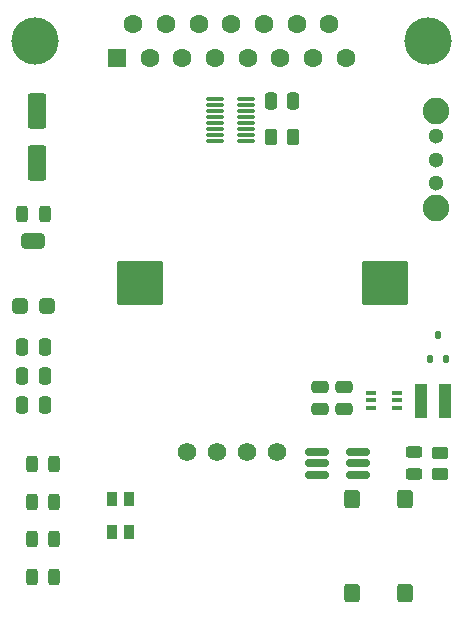
<source format=gbr>
%TF.GenerationSoftware,KiCad,Pcbnew,9.0.4*%
%TF.CreationDate,2025-09-17T11:37:44+01:00*%
%TF.ProjectId,PinCheck-4,50696e43-6865-4636-9b2d-342e6b696361,rev?*%
%TF.SameCoordinates,Original*%
%TF.FileFunction,Soldermask,Top*%
%TF.FilePolarity,Negative*%
%FSLAX46Y46*%
G04 Gerber Fmt 4.6, Leading zero omitted, Abs format (unit mm)*
G04 Created by KiCad (PCBNEW 9.0.4) date 2025-09-17 11:37:44*
%MOMM*%
%LPD*%
G01*
G04 APERTURE LIST*
G04 Aperture macros list*
%AMRoundRect*
0 Rectangle with rounded corners*
0 $1 Rounding radius*
0 $2 $3 $4 $5 $6 $7 $8 $9 X,Y pos of 4 corners*
0 Add a 4 corners polygon primitive as box body*
4,1,4,$2,$3,$4,$5,$6,$7,$8,$9,$2,$3,0*
0 Add four circle primitives for the rounded corners*
1,1,$1+$1,$2,$3*
1,1,$1+$1,$4,$5*
1,1,$1+$1,$6,$7*
1,1,$1+$1,$8,$9*
0 Add four rect primitives between the rounded corners*
20,1,$1+$1,$2,$3,$4,$5,0*
20,1,$1+$1,$4,$5,$6,$7,0*
20,1,$1+$1,$6,$7,$8,$9,0*
20,1,$1+$1,$8,$9,$2,$3,0*%
G04 Aperture macros list end*
%ADD10RoundRect,0.250000X-0.250000X-0.475000X0.250000X-0.475000X0.250000X0.475000X-0.250000X0.475000X0*%
%ADD11RoundRect,0.162500X-0.837500X-0.162500X0.837500X-0.162500X0.837500X0.162500X-0.837500X0.162500X0*%
%ADD12RoundRect,0.250000X-0.475000X0.250000X-0.475000X-0.250000X0.475000X-0.250000X0.475000X0.250000X0*%
%ADD13RoundRect,0.112500X-0.112500X-0.237500X0.112500X-0.237500X0.112500X0.237500X-0.112500X0.237500X0*%
%ADD14C,4.000000*%
%ADD15R,1.600000X1.600000*%
%ADD16C,1.600000*%
%ADD17C,1.574800*%
%ADD18RoundRect,0.243750X-0.243750X-0.456250X0.243750X-0.456250X0.243750X0.456250X-0.243750X0.456250X0*%
%ADD19RoundRect,0.087500X-0.650000X-0.087500X0.650000X-0.087500X0.650000X0.087500X-0.650000X0.087500X0*%
%ADD20R,0.900000X1.200000*%
%ADD21RoundRect,0.250000X-0.262500X-0.450000X0.262500X-0.450000X0.262500X0.450000X-0.262500X0.450000X0*%
%ADD22RoundRect,0.250000X0.450000X-0.262500X0.450000X0.262500X-0.450000X0.262500X-0.450000X-0.262500X0*%
%ADD23C,1.300000*%
%ADD24C,2.250000*%
%ADD25RoundRect,0.102000X1.825000X1.755000X-1.825000X1.755000X-1.825000X-1.755000X1.825000X-1.755000X0*%
%ADD26RoundRect,0.250000X0.475000X-0.250000X0.475000X0.250000X-0.475000X0.250000X-0.475000X-0.250000X0*%
%ADD27RoundRect,0.243750X0.456250X-0.243750X0.456250X0.243750X-0.456250X0.243750X-0.456250X-0.243750X0*%
%ADD28RoundRect,0.100000X0.350000X0.100000X-0.350000X0.100000X-0.350000X-0.100000X0.350000X-0.100000X0*%
%ADD29RoundRect,0.250000X-0.400000X0.525000X-0.400000X-0.525000X0.400000X-0.525000X0.400000X0.525000X0*%
%ADD30RoundRect,0.250000X0.550000X-1.250000X0.550000X1.250000X-0.550000X1.250000X-0.550000X-1.250000X0*%
%ADD31RoundRect,0.250000X0.400000X0.400000X-0.400000X0.400000X-0.400000X-0.400000X0.400000X-0.400000X0*%
%ADD32RoundRect,0.250000X0.750000X0.400000X-0.750000X0.400000X-0.750000X-0.400000X0.750000X-0.400000X0*%
%ADD33R,1.000000X2.900000*%
G04 APERTURE END LIST*
D10*
%TO.C,C3*%
X133790000Y-114188125D03*
X135690000Y-114188125D03*
%TD*%
%TO.C,C1*%
X133790000Y-109251875D03*
X135690000Y-109251875D03*
%TD*%
D11*
%TO.C,U1*%
X158740000Y-118150000D03*
X158740000Y-119100000D03*
X158740000Y-120050000D03*
X162160000Y-120050000D03*
X162160000Y-119100000D03*
X162160000Y-118150000D03*
%TD*%
D12*
%TO.C,C4*%
X159010000Y-112585000D03*
X159010000Y-114485000D03*
%TD*%
D13*
%TO.C,Q1*%
X168310000Y-110230000D03*
X169610000Y-110230000D03*
X168960000Y-108230000D03*
%TD*%
D14*
%TO.C,J1*%
X168120000Y-83320000D03*
X134820000Y-83320000D03*
D15*
X141775000Y-84740000D03*
D16*
X144545000Y-84740000D03*
X147315000Y-84740000D03*
X150085000Y-84740000D03*
X152855000Y-84740000D03*
X155625000Y-84740000D03*
X158395000Y-84740000D03*
X161165000Y-84740000D03*
X143160000Y-81900000D03*
X145930000Y-81900000D03*
X148700000Y-81900000D03*
X151470000Y-81900000D03*
X154240000Y-81900000D03*
X157010000Y-81900000D03*
X159780000Y-81900000D03*
%TD*%
D10*
%TO.C,C2*%
X133790000Y-111720000D03*
X135690000Y-111720000D03*
%TD*%
D17*
%TO.C,J2*%
X147700000Y-118120000D03*
X150240000Y-118120000D03*
X152780000Y-118120000D03*
X155320000Y-118120000D03*
%TD*%
D18*
%TO.C,D5*%
X134579415Y-125535834D03*
X136454415Y-125535834D03*
%TD*%
D19*
%TO.C,U5*%
X150051310Y-88270000D03*
X150051310Y-88770000D03*
X150051310Y-89270000D03*
X150051310Y-89770000D03*
X150051310Y-90270000D03*
X150051310Y-90770000D03*
X150051310Y-91270000D03*
X150051310Y-91770000D03*
X152676310Y-91770000D03*
X152676310Y-91270000D03*
X152676310Y-90770000D03*
X152676310Y-90270000D03*
X152676310Y-89770000D03*
X152676310Y-89270000D03*
X152676310Y-88770000D03*
X152676310Y-88270000D03*
%TD*%
D20*
%TO.C,D7*%
X141341915Y-124900000D03*
X141341915Y-122100000D03*
X142791915Y-122100000D03*
X142791915Y-124900000D03*
%TD*%
D21*
%TO.C,R15*%
X154831310Y-91420000D03*
X156656310Y-91420000D03*
%TD*%
D18*
%TO.C,D6*%
X134579415Y-128731667D03*
X136454415Y-128731667D03*
%TD*%
D22*
%TO.C,R1*%
X169120000Y-120032500D03*
X169120000Y-118207500D03*
%TD*%
D23*
%TO.C,SW2*%
X168770000Y-95390000D03*
X168770000Y-93390000D03*
X168770000Y-91390000D03*
D24*
X168770000Y-97490000D03*
X168770000Y-89290000D03*
%TD*%
D25*
%TO.C,BT1*%
X143756750Y-103780000D03*
X164506750Y-103780000D03*
%TD*%
D26*
%TO.C,C5*%
X161000000Y-114485000D03*
X161000000Y-112585000D03*
%TD*%
D18*
%TO.C,D4*%
X134579415Y-122340000D03*
X136454415Y-122340000D03*
%TD*%
D27*
%TO.C,D1*%
X166920000Y-120017500D03*
X166920000Y-118142500D03*
%TD*%
D18*
%TO.C,D3*%
X134579415Y-119144167D03*
X136454415Y-119144167D03*
%TD*%
D28*
%TO.C,U2*%
X165500000Y-114410000D03*
X165500000Y-113760000D03*
X165500000Y-113110000D03*
X163300000Y-113110000D03*
X163300000Y-113760000D03*
X163300000Y-114410000D03*
%TD*%
D29*
%TO.C,SW1*%
X166199921Y-122120000D03*
X166199921Y-130080000D03*
X161699921Y-122120000D03*
X161699921Y-130080000D03*
%TD*%
D10*
%TO.C,C10*%
X154813810Y-88450000D03*
X156713810Y-88450000D03*
%TD*%
D30*
%TO.C,C8*%
X135050000Y-93640000D03*
X135050000Y-89240000D03*
%TD*%
D31*
%TO.C,RV1*%
X133550000Y-105760000D03*
D32*
X134700000Y-100260000D03*
D31*
X135850000Y-105760000D03*
%TD*%
D33*
%TO.C,L1*%
X169545000Y-113810000D03*
X167515000Y-113810000D03*
%TD*%
D18*
%TO.C,D2*%
X133782500Y-97980000D03*
X135657500Y-97980000D03*
%TD*%
M02*

</source>
